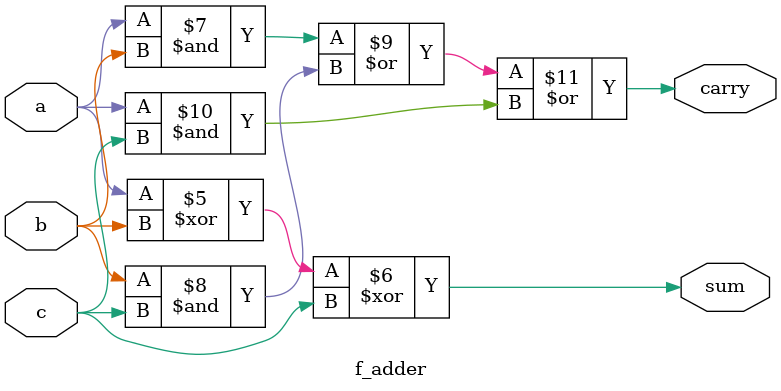
<source format=v>
module f_adder(input a,b,c , output sum,carry);
    assign w1 = a&b;
    assign w2 = a^b;
    assign w3 = c&(a^b);
    assign sum = a^b^c;
    assign carry = a&b | b&c | a&c ;
endmodule

</source>
